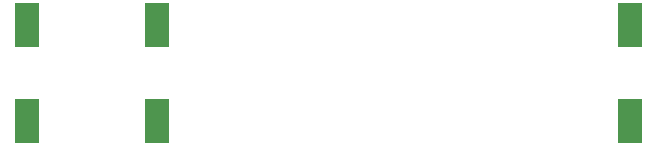
<source format=gbp>
G04*
G04 #@! TF.GenerationSoftware,Altium Limited,Altium Designer,21.3.2 (30)*
G04*
G04 Layer_Color=128*
%FSLAX25Y25*%
%MOIN*%
G70*
G04*
G04 #@! TF.SameCoordinates,26355F08-9206-417B-94F2-C20795E45030*
G04*
G04*
G04 #@! TF.FilePolarity,Positive*
G04*
G01*
G75*
%ADD69R,0.07874X0.14961*%
D69*
X275590Y141535D02*
D03*
Y173425D02*
D03*
X118110Y141535D02*
D03*
Y173425D02*
D03*
X74803Y141535D02*
D03*
Y173425D02*
D03*
M02*

</source>
